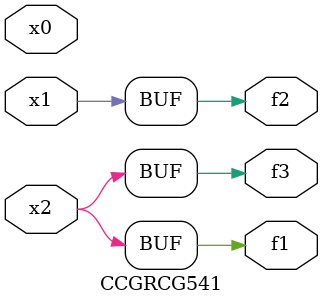
<source format=v>
module CCGRCG541(
	input x0, x1, x2,
	output f1, f2, f3
);
	assign f1 = x2;
	assign f2 = x1;
	assign f3 = x2;
endmodule

</source>
